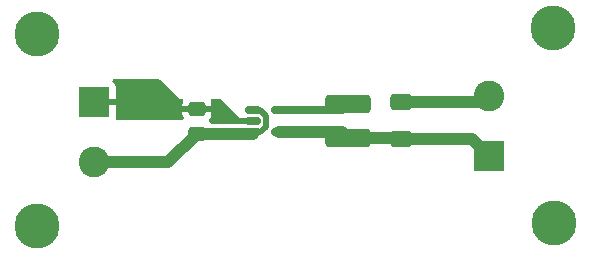
<source format=gbr>
%TF.GenerationSoftware,KiCad,Pcbnew,7.0.8*%
%TF.CreationDate,2024-01-22T15:58:14+05:30*%
%TF.ProjectId,Buck_Converter,4275636b-5f43-46f6-9e76-65727465722e,rev?*%
%TF.SameCoordinates,Original*%
%TF.FileFunction,Copper,L1,Top*%
%TF.FilePolarity,Positive*%
%FSLAX46Y46*%
G04 Gerber Fmt 4.6, Leading zero omitted, Abs format (unit mm)*
G04 Created by KiCad (PCBNEW 7.0.8) date 2024-01-22 15:58:14*
%MOMM*%
%LPD*%
G01*
G04 APERTURE LIST*
G04 Aperture macros list*
%AMRoundRect*
0 Rectangle with rounded corners*
0 $1 Rounding radius*
0 $2 $3 $4 $5 $6 $7 $8 $9 X,Y pos of 4 corners*
0 Add a 4 corners polygon primitive as box body*
4,1,4,$2,$3,$4,$5,$6,$7,$8,$9,$2,$3,0*
0 Add four circle primitives for the rounded corners*
1,1,$1+$1,$2,$3*
1,1,$1+$1,$4,$5*
1,1,$1+$1,$6,$7*
1,1,$1+$1,$8,$9*
0 Add four rect primitives between the rounded corners*
20,1,$1+$1,$2,$3,$4,$5,0*
20,1,$1+$1,$4,$5,$6,$7,0*
20,1,$1+$1,$6,$7,$8,$9,0*
20,1,$1+$1,$8,$9,$2,$3,0*%
G04 Aperture macros list end*
%TA.AperFunction,ComponentPad*%
%ADD10R,2.600000X2.600000*%
%TD*%
%TA.AperFunction,ComponentPad*%
%ADD11C,2.600000*%
%TD*%
%TA.AperFunction,ComponentPad*%
%ADD12C,3.800000*%
%TD*%
%TA.AperFunction,SMDPad,CuDef*%
%ADD13RoundRect,0.150000X-0.512500X-0.150000X0.512500X-0.150000X0.512500X0.150000X-0.512500X0.150000X0*%
%TD*%
%TA.AperFunction,SMDPad,CuDef*%
%ADD14RoundRect,0.250000X0.475000X-0.337500X0.475000X0.337500X-0.475000X0.337500X-0.475000X-0.337500X0*%
%TD*%
%TA.AperFunction,SMDPad,CuDef*%
%ADD15RoundRect,0.250000X0.650000X-0.412500X0.650000X0.412500X-0.650000X0.412500X-0.650000X-0.412500X0*%
%TD*%
%TA.AperFunction,SMDPad,CuDef*%
%ADD16RoundRect,0.400000X1.550000X0.400000X-1.550000X0.400000X-1.550000X-0.400000X1.550000X-0.400000X0*%
%TD*%
%TA.AperFunction,Conductor*%
%ADD17C,0.700000*%
%TD*%
%TA.AperFunction,Conductor*%
%ADD18C,0.500000*%
%TD*%
%TA.AperFunction,Conductor*%
%ADD19C,1.000000*%
%TD*%
G04 APERTURE END LIST*
D10*
%TO.P,J2,1,Pin_1*%
%TO.N,Net-(J2-Pin_1)*%
X165354000Y-108102400D03*
D11*
%TO.P,J2,2,Pin_2*%
%TO.N,Net-(J2-Pin_2)*%
X165354000Y-103022400D03*
%TD*%
D12*
%TO.P,H3,1,1*%
%TO.N,GND*%
X170738800Y-97282000D03*
%TD*%
D13*
%TO.P,U1,1,Vin*%
%TO.N,Net-(J1-Pin_2)*%
X145340300Y-104235100D03*
%TO.P,U1,2,GND*%
%TO.N,Net-(J1-Pin_1)*%
X145340300Y-105185100D03*
%TO.P,U1,3,EN*%
%TO.N,Net-(J1-Pin_2)*%
X145340300Y-106135100D03*
%TO.P,U1,4,FB*%
%TO.N,Net-(J2-Pin_1)*%
X147615300Y-106135100D03*
%TO.P,U1,5,SW*%
%TO.N,/SW*%
X147615300Y-104235100D03*
%TD*%
D12*
%TO.P,H1,1,1*%
%TO.N,GND*%
X127050800Y-97790000D03*
%TD*%
%TO.P,H4,1,1*%
%TO.N,GND*%
X170840400Y-113792000D03*
%TD*%
D14*
%TO.P,C1,1*%
%TO.N,Net-(J1-Pin_2)*%
X140627500Y-106235900D03*
%TO.P,C1,2*%
%TO.N,Net-(J1-Pin_1)*%
X140627500Y-104160900D03*
%TD*%
D10*
%TO.P,J1,1,Pin_1*%
%TO.N,Net-(J1-Pin_1)*%
X131940700Y-103594300D03*
D11*
%TO.P,J1,2,Pin_2*%
%TO.N,Net-(J1-Pin_2)*%
X131940700Y-108674300D03*
%TD*%
D12*
%TO.P,H2,1,1*%
%TO.N,GND*%
X127050800Y-114096800D03*
%TD*%
D15*
%TO.P,C2,1*%
%TO.N,Net-(J2-Pin_1)*%
X157886400Y-106655400D03*
%TO.P,C2,2*%
%TO.N,Net-(J2-Pin_2)*%
X157886400Y-103530400D03*
%TD*%
D16*
%TO.P,L1,1,1*%
%TO.N,/SW*%
X153429100Y-103746700D03*
%TO.P,L1,2,2*%
%TO.N,Net-(J2-Pin_1)*%
X153429100Y-106646700D03*
%TD*%
D17*
%TO.N,/SW*%
X147615300Y-104235100D02*
X152940700Y-104235100D01*
X152940700Y-104235100D02*
X153429100Y-103746700D01*
D18*
%TO.N,Net-(J1-Pin_2)*%
X146002800Y-104235100D02*
X146502800Y-104735100D01*
D19*
X140627500Y-106235900D02*
X145339500Y-106235900D01*
D18*
X145340300Y-104235100D02*
X146002800Y-104235100D01*
D19*
X138189100Y-108674300D02*
X140627500Y-106235900D01*
X131940700Y-108674300D02*
X138189100Y-108674300D01*
D18*
X146002800Y-106135100D02*
X145340300Y-106135100D01*
X146502800Y-104735100D02*
X146502800Y-105635100D01*
X146502800Y-105635100D02*
X146002800Y-106135100D01*
D19*
X145339500Y-106235900D02*
X145340300Y-106235100D01*
%TO.N,Net-(J2-Pin_1)*%
X147615300Y-106135100D02*
X152917500Y-106135100D01*
X157877700Y-106646700D02*
X157886400Y-106655400D01*
X152917500Y-106135100D02*
X153429100Y-106646700D01*
X153429100Y-106646700D02*
X157877700Y-106646700D01*
X163907000Y-106655400D02*
X165354000Y-108102400D01*
X157886400Y-106655400D02*
X163907000Y-106655400D01*
%TO.N,Net-(J2-Pin_2)*%
X157886400Y-103530400D02*
X164846000Y-103530400D01*
X164846000Y-103530400D02*
X165354000Y-103022400D01*
%TD*%
%TA.AperFunction,Conductor*%
%TO.N,Net-(J1-Pin_1)*%
G36*
X137531277Y-101670485D02*
G01*
X137551918Y-101687118D01*
X139192000Y-103327200D01*
X139356074Y-103327200D01*
X139423113Y-103346885D01*
X139468868Y-103399689D01*
X139478812Y-103468847D01*
X139470308Y-103497388D01*
X139470414Y-103497423D01*
X139469270Y-103500874D01*
X139468458Y-103503601D01*
X139468142Y-103504276D01*
X139412994Y-103670702D01*
X139412993Y-103670709D01*
X139402500Y-103773413D01*
X139402500Y-103910900D01*
X141852499Y-103910900D01*
X141852499Y-103773428D01*
X141852498Y-103773413D01*
X141842005Y-103670702D01*
X141786857Y-103504277D01*
X141786542Y-103503601D01*
X141786464Y-103503092D01*
X141784586Y-103497423D01*
X141785555Y-103497101D01*
X141776053Y-103434523D01*
X141804574Y-103370740D01*
X141863052Y-103332503D01*
X141898926Y-103327200D01*
X142645838Y-103327200D01*
X142712877Y-103346885D01*
X142733519Y-103363519D01*
X144120839Y-104750839D01*
X144173388Y-104793186D01*
X144195453Y-104859480D01*
X144190609Y-104898498D01*
X144180700Y-104932605D01*
X144180699Y-104932611D01*
X144180504Y-104935098D01*
X144180505Y-104935100D01*
X145466300Y-104935100D01*
X145533339Y-104954785D01*
X145579094Y-105007589D01*
X145590300Y-105059100D01*
X145590300Y-105311100D01*
X145570615Y-105378139D01*
X145517811Y-105423894D01*
X145466300Y-105435100D01*
X145438416Y-105435100D01*
X145431470Y-105434710D01*
X145430494Y-105434600D01*
X145250105Y-105434600D01*
X145249129Y-105434710D01*
X145242183Y-105435100D01*
X144128290Y-105435100D01*
X144125941Y-105435400D01*
X142011962Y-105435400D01*
X141944923Y-105415715D01*
X141924281Y-105399081D01*
X141681061Y-105155861D01*
X141647576Y-105094538D01*
X141652560Y-105024846D01*
X141681065Y-104980494D01*
X141694816Y-104966743D01*
X141786856Y-104817524D01*
X141786858Y-104817519D01*
X141842005Y-104651097D01*
X141842006Y-104651090D01*
X141852499Y-104548386D01*
X141852500Y-104548373D01*
X141852500Y-104410900D01*
X139402501Y-104410900D01*
X139402501Y-104548386D01*
X139412994Y-104651097D01*
X139468141Y-104817519D01*
X139468143Y-104817524D01*
X139497614Y-104865303D01*
X139516054Y-104932696D01*
X139495131Y-104999359D01*
X139441489Y-105044129D01*
X139392075Y-105054400D01*
X138267517Y-105054400D01*
X138244424Y-105083056D01*
X138178130Y-105105121D01*
X138173704Y-105105200D01*
X133861214Y-105105200D01*
X133794175Y-105085515D01*
X133748420Y-105032711D01*
X133737925Y-104967943D01*
X133740699Y-104942142D01*
X133740700Y-104942127D01*
X133740700Y-103844300D01*
X132541428Y-103844300D01*
X132563800Y-103796757D01*
X132594573Y-103635438D01*
X132584261Y-103471534D01*
X132542920Y-103344300D01*
X133740700Y-103344300D01*
X133740700Y-102246472D01*
X133740699Y-102246455D01*
X133734298Y-102186927D01*
X133734296Y-102186920D01*
X133684054Y-102052213D01*
X133684050Y-102052206D01*
X133597890Y-101937112D01*
X133597887Y-101937109D01*
X133513673Y-101874066D01*
X133471802Y-101818132D01*
X133466818Y-101748441D01*
X133500304Y-101687118D01*
X133561627Y-101653634D01*
X133587984Y-101650800D01*
X137464238Y-101650800D01*
X137531277Y-101670485D01*
G37*
%TD.AperFunction*%
%TD*%
M02*

</source>
